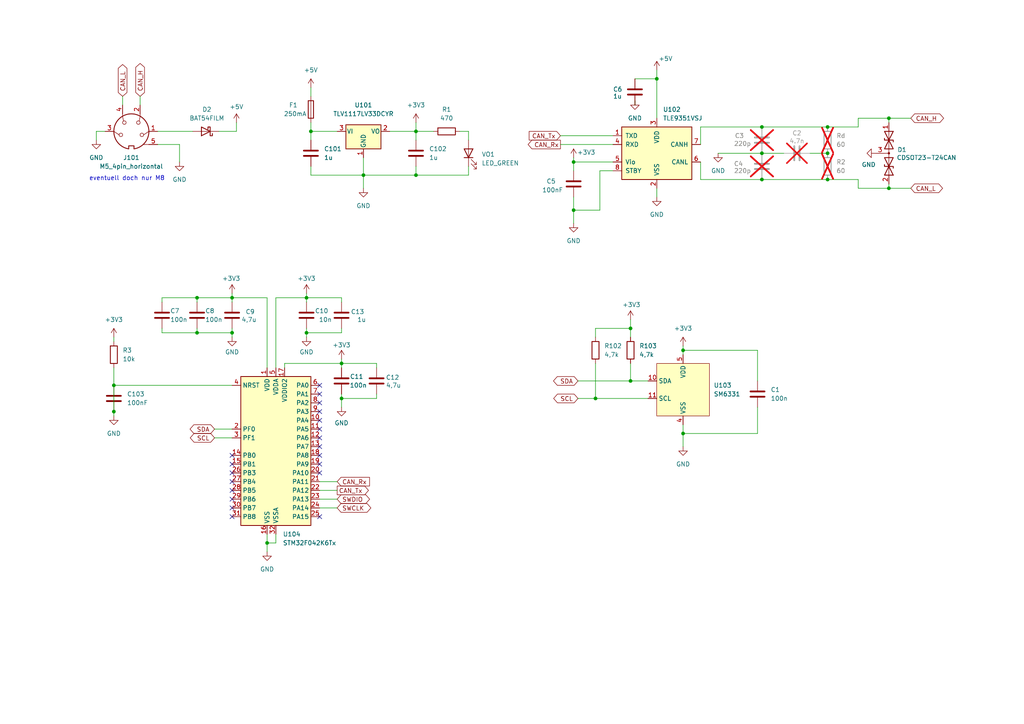
<source format=kicad_sch>
(kicad_sch (version 20231120) (generator "eeschema") (generator_version "8.0")
  (paper "A4")
  (lib_symbols
    (symbol "Device:C" (pin_numbers hide) (pin_names (offset 0.254))
      (property "Reference" "C" (at 0.635 2.54 0))
      (property "Value" "C" (at 0.635 -2.54 0))
      (symbol "C_0_1"
        (polyline (pts (xy -2.032 -0.762) (xy 2.032 -0.762)) (stroke (width 0.508)))
        (polyline (pts (xy -2.032 0.762) (xy 2.032 0.762)) (stroke (width 0.508)))
      )
      (symbol "C_1_1"
        (pin passive line (at 0 3.81 270) (length 2.794) (name "~") (number "1"))
        (pin passive line (at 0 -3.81 90) (length 2.794) (name "~") (number "2"))
      )
    )
    (symbol "Device:D_Schottky" (pin_numbers hide) (pin_names (offset 1.016) hide)
      (property "Reference" "D" (at 0 2.54 0))
      (property "Value" "D_Schottky" (at 0 -2.54 0))
      (symbol "D_Schottky_0_1"
        (polyline (pts (xy 1.27 0) (xy -1.27 0)))
        (polyline (pts (xy 1.27 1.27) (xy 1.27 -1.27) (xy -1.27 0) (xy 1.27 1.27)) (stroke (width 0.254)))
        (polyline (pts (xy -1.905 0.635) (xy -1.905 1.27) (xy -1.27 1.27) (xy -1.27 -1.27) (xy -0.635 -1.27) (xy -0.635 -0.635)) (stroke (width 0.254)))
      )
      (symbol "D_Schottky_1_1"
        (pin passive line (at -3.81 0 0) (length 2.54) (name "K") (number "1"))
        (pin passive line (at 3.81 0 180) (length 2.54) (name "A") (number "2"))
      )
    )
    (symbol "Device:D_TVS_Dual_AAC" (pin_names (offset 1.016) hide)
      (property "Reference" "D" (at 0 4.445 0))
      (property "Value" "D_TVS_Dual_AAC" (at 0 2.54 0))
      (symbol "D_TVS_Dual_AAC_0_0"
        (polyline (pts (xy 0 -1.27) (xy 0 0)))
      )
      (symbol "D_TVS_Dual_AAC_0_1"
        (polyline (pts (xy -6.35 0) (xy 6.35 0)))
        (polyline (pts (xy -3.302 1.27) (xy -3.81 1.27) (xy -3.81 -1.27) (xy -4.318 -1.27)) (stroke (width 0.254)))
        (polyline (pts (xy 4.318 1.27) (xy 3.81 1.27) (xy 3.81 -1.27) (xy 3.302 -1.27)) (stroke (width 0.254)))
        (polyline (pts (xy -6.35 1.27) (xy -1.27 -1.27) (xy -1.27 1.27) (xy -6.35 -1.27) (xy -6.35 1.27)) (stroke (width 0.254)))
        (polyline (pts (xy 6.35 1.27) (xy 1.27 -1.27) (xy 1.27 1.27) (xy 6.35 -1.27) (xy 6.35 1.27)) (stroke (width 0.254)))
        (circle (center 0 0) (radius 0.254) (fill (type outline)))
      )
      (symbol "D_TVS_Dual_AAC_1_1"
        (pin passive line (at -8.89 0 0) (length 2.54) (name "A1") (number "1"))
        (pin passive line (at 8.89 0 180) (length 2.54) (name "A2") (number "2"))
        (pin passive line (at 0 -3.81 90) (length 2.54) (name "common") (number "3"))
      )
    )
    (symbol "Device:Fuse" (pin_numbers hide) (pin_names (offset 0))
      (property "Reference" "F" (at 2.032 0 90))
      (property "Value" "Fuse" (at -1.905 0 90))
      (symbol "Fuse_0_1"
        (rectangle (start -0.762 -2.54) (end 0.762 2.54) (stroke (width 0.254)))
        (polyline (pts (xy 0 2.54) (xy 0 -2.54)))
      )
      (symbol "Fuse_1_1"
        (pin passive line (at 0 3.81 270) (length 1.27) (name "~") (number "1"))
        (pin passive line (at 0 -3.81 90) (length 1.27) (name "~") (number "2"))
      )
    )
    (symbol "Device:LED" (pin_numbers hide) (pin_names (offset 1.016) hide)
      (property "Reference" "D" (at 0 2.54 0))
      (property "Value" "LED" (at 0 -2.54 0))
      (symbol "LED_0_1"
        (polyline (pts (xy -1.27 -1.27) (xy -1.27 1.27)) (stroke (width 0.254)))
        (polyline (pts (xy -1.27 0) (xy 1.27 0)))
        (polyline (pts (xy 1.27 -1.27) (xy 1.27 1.27) (xy -1.27 0) (xy 1.27 -1.27)) (stroke (width 0.254)))
        (polyline (pts (xy -3.048 -0.762) (xy -4.572 -2.286) (xy -3.81 -2.286) (xy -4.572 -2.286) (xy -4.572 -1.524)))
        (polyline (pts (xy -1.778 -0.762) (xy -3.302 -2.286) (xy -2.54 -2.286) (xy -3.302 -2.286) (xy -3.302 -1.524)))
      )
      (symbol "LED_1_1"
        (pin passive line (at -3.81 0 0) (length 2.54) (name "K") (number "1"))
        (pin passive line (at 3.81 0 180) (length 2.54) (name "A") (number "2"))
      )
    )
    (symbol "Device:R" (pin_numbers hide) (pin_names (offset 0))
      (property "Reference" "R" (at 2.032 0 90))
      (property "Value" "R" (at 0 0 90))
      (symbol "R_0_1"
        (rectangle (start -1.016 -2.54) (end 1.016 2.54) (stroke (width 0.254)))
      )
      (symbol "R_1_1"
        (pin passive line (at 0 3.81 270) (length 1.27) (name "~") (number "1"))
        (pin passive line (at 0 -3.81 90) (length 1.27) (name "~") (number "2"))
      )
    )
    (symbol "FaSTTUBe_Transceivers:TLE9351VSJ" (pin_names (offset 1.016))
      (property "Reference" "U" (at -10.16 8.89 0))
      (property "Value" "TLE9351VSJ" (at 2.54 8.89 0))
      (symbol "TLE9351VSJ_0_1"
        (rectangle (start -10.16 7.62) (end 10.16 -7.62) (stroke (width 0.254)) (fill (type background)))
      )
      (symbol "TLE9351VSJ_1_1"
        (pin input line (at -12.7 5.08 0) (length 2.54) (name "TXD") (number "1"))
        (pin power_in line (at 0 -10.16 90) (length 2.54) (name "VSS") (number "2"))
        (pin power_in line (at 0 10.16 270) (length 2.54) (name "VDD") (number "3"))
        (pin output line (at -12.7 2.54 0) (length 2.54) (name "RXD") (number "4"))
        (pin power_in line (at -12.7 -2.54 0) (length 2.54) (name "Vio") (number "5"))
        (pin bidirectional line (at 12.7 -2.54 180) (length 2.54) (name "CANL") (number "6"))
        (pin bidirectional line (at 12.7 2.54 180) (length 2.54) (name "CANH") (number "7"))
        (pin input line (at -12.7 -5.08 0) (length 2.54) (name "STBY") (number "8"))
      )
    )
    (symbol "FaSTTUBe_connectors:M8_4pin_horizontal" (pin_names (offset 1.016))
      (property "Reference" "J" (at 5.334 5.08 0))
      (property "Value" "M8_4pin_horizontal" (at 0 -6.35 0))
      (symbol "M8_4pin_horizontal_0_1"
        (arc (start -5.08 0) (mid -3.8597 -3.3379) (end -0.762 -5.08) (stroke (width 0.254)))
        (circle (center -3.048 -1.016) (radius 0.508))
        (circle (center -2.032 2.54) (radius 0.508))
        (polyline (pts (xy -3.556 -1.016) (xy -5.08 0)))
        (polyline (pts (xy 3.81 -3.81) (xy 3.556 -3.81)))
        (polyline (pts (xy 5.08 -3.81) (xy 3.81 -3.81)))
        (polyline (pts (xy 5.08 0) (xy 3.556 -1.016)))
        (polyline (pts (xy -2.54 5.08) (xy -2.54 4.318) (xy -2.286 3.048)))
        (polyline (pts (xy 2.54 5.08) (xy 2.54 4.318) (xy 2.286 3.048)))
        (polyline (pts (xy -0.762 -4.953) (xy -0.762 -4.191) (xy 0.762 -4.191) (xy 0.762 -4.953)) (stroke (width 0.254)))
        (arc (start 0.762 -5.08) (mid 3.8673 -3.3444) (end 5.08 0) (stroke (width 0.254)))
        (circle (center 2.032 2.54) (radius 0.508))
        (circle (center 3.048 -1.016) (radius 0.508))
        (arc (start 5.08 0) (mid 0 5.0579) (end -5.08 0) (stroke (width 0.254)))
      )
      (symbol "M8_4pin_horizontal_1_1"
        (pin passive line (at 7.62 0 180) (length 2.54) (name "~") (number "1"))
        (pin passive line (at 2.54 7.62 270) (length 2.54) (name "~") (number "2"))
        (pin passive line (at -7.62 0 0) (length 2.54) (name "~") (number "3"))
        (pin passive line (at -2.54 7.62 270) (length 2.54) (name "~") (number "4"))
        (pin passive line (at 7.62 -3.81 180) (length 2.54) (name "~") (number "5"))
      )
    )
    (symbol "MCU_ST_STM32F0:STM32F042K6Tx"
      (property "Reference" "U" (at -10.16 21.59 0))
      (property "Value" "STM32F042K6Tx" (at 5.08 21.59 0))
      (symbol "STM32F042K6Tx_0_1"
        (rectangle (start -10.16 -22.86) (end 10.16 20.32) (stroke (width 0.254)) (fill (type background)))
      )
      (symbol "STM32F042K6Tx_1_1"
        (pin power_in line (at -2.54 22.86 270) (length 2.54) (name "VDD") (number "1"))
        (pin bidirectional line (at 12.7 7.62 180) (length 2.54) (name "PA4") (number "10"))
        (pin bidirectional line (at 12.7 5.08 180) (length 2.54) (name "PA5") (number "11"))
        (pin bidirectional line (at 12.7 2.54 180) (length 2.54) (name "PA6") (number "12"))
        (pin bidirectional line (at 12.7 0 180) (length 2.54) (name "PA7") (number "13"))
        (pin bidirectional line (at -12.7 -2.54 0) (length 2.54) (name "PB0") (number "14"))
        (pin bidirectional line (at -12.7 -5.08 0) (length 2.54) (name "PB1") (number "15"))
        (pin power_in line (at -2.54 -25.4 90) (length 2.54) (name "VSS") (number "16"))
        (pin power_in line (at 2.54 22.86 270) (length 2.54) (name "VDDIO2") (number "17"))
        (pin bidirectional line (at 12.7 -2.54 180) (length 2.54) (name "PA8") (number "18"))
        (pin bidirectional line (at 12.7 -5.08 180) (length 2.54) (name "PA9") (number "19"))
        (pin input line (at -12.7 5.08 0) (length 2.54) (name "PF0") (number "2"))
        (pin bidirectional line (at 12.7 -7.62 180) (length 2.54) (name "PA10") (number "20"))
        (pin bidirectional line (at 12.7 -10.16 180) (length 2.54) (name "PA11") (number "21"))
        (pin bidirectional line (at 12.7 -12.7 180) (length 2.54) (name "PA12") (number "22"))
        (pin bidirectional line (at 12.7 -15.24 180) (length 2.54) (name "PA13") (number "23"))
        (pin bidirectional line (at 12.7 -17.78 180) (length 2.54) (name "PA14") (number "24"))
        (pin bidirectional line (at 12.7 -20.32 180) (length 2.54) (name "PA15") (number "25"))
        (pin bidirectional line (at -12.7 -7.62 0) (length 2.54) (name "PB3") (number "26"))
        (pin bidirectional line (at -12.7 -10.16 0) (length 2.54) (name "PB4") (number "27"))
        (pin bidirectional line (at -12.7 -12.7 0) (length 2.54) (name "PB5") (number "28"))
        (pin bidirectional line (at -12.7 -15.24 0) (length 2.54) (name "PB6") (number "29"))
        (pin input line (at -12.7 2.54 0) (length 2.54) (name "PF1") (number "3"))
        (pin bidirectional line (at -12.7 -17.78 0) (length 2.54) (name "PB7") (number "30"))
        (pin bidirectional line (at -12.7 -20.32 0) (length 2.54) (name "PB8") (number "31"))
        (pin power_in line (at 0 -25.4 90) (length 2.54) (name "VSSA") (number "32"))
        (pin input line (at -12.7 17.78 0) (length 2.54) (name "NRST") (number "4"))
        (pin power_in line (at 0 22.86 270) (length 2.54) (name "VDDA") (number "5"))
        (pin bidirectional line (at 12.7 17.78 180) (length 2.54) (name "PA0") (number "6"))
        (pin bidirectional line (at 12.7 15.24 180) (length 2.54) (name "PA1") (number "7"))
        (pin bidirectional line (at 12.7 12.7 180) (length 2.54) (name "PA2") (number "8"))
        (pin bidirectional line (at 12.7 10.16 180) (length 2.54) (name "PA3") (number "9"))
      )
    )
    (symbol "Regulator_Linear:AP1117-33" (pin_names (offset 0.254))
      (property "Reference" "U" (at -3.81 3.175 0))
      (property "Value" "AP1117-33" (at 0 3.175 0))
      (symbol "AP1117-33_0_1"
        (rectangle (start -5.08 -5.08) (end 5.08 1.905) (stroke (width 0.254)) (fill (type background)))
      )
      (symbol "AP1117-33_1_1"
        (pin power_in line (at 0 -7.62 90) (length 2.54) (name "GND") (number "1"))
        (pin power_out line (at 7.62 0 180) (length 2.54) (name "VO") (number "2"))
        (pin power_in line (at -7.62 0 0) (length 2.54) (name "VI") (number "3"))
      )
    )
    (symbol "SSU_parts:SM7331"
      (property "Reference" "U" (at 0 1.27 0))
      (property "Value" "SM7331" (at 0 -1.27 0))
      (symbol "SM7331_0_0"
        (pin no_connect line (at 10.16 0 180) (length 2.54) hide (name "") (number "1"))
        (pin bidirectional line (at -10.16 2.54 0) (length 2.54) (name "SDA") (number "10"))
        (pin input line (at -10.16 -2.54 0) (length 2.54) (name "SCL") (number "11"))
        (pin no_connect line (at 10.16 0 180) (length 2.54) hide (name "") (number "12"))
        (pin no_connect line (at 10.16 0 180) (length 2.54) hide (name "") (number "13"))
        (pin no_connect line (at 10.16 0 180) (length 2.54) hide (name "") (number "14"))
        (pin no_connect line (at 10.16 0 180) (length 2.54) hide (name "") (number "15"))
        (pin no_connect line (at 10.16 0 180) (length 2.54) hide (name "") (number "16"))
        (pin no_connect line (at 10.16 0 180) (length 2.54) hide (name "") (number "2"))
        (pin no_connect line (at 10.16 0 180) (length 2.54) hide (name "") (number "3"))
        (pin power_in line (at 0 -10.16 90) (length 2.54) (name "VSS") (number "4"))
        (pin power_in line (at 0 10.16 270) (length 2.54) (name "VDD") (number "5"))
        (pin no_connect line (at 10.16 0 180) (length 2.54) hide (name "") (number "6"))
        (pin no_connect line (at 10.16 0 180) (length 2.54) hide (name "") (number "7"))
        (pin no_connect line (at 10.16 0 180) (length 2.54) hide (name "") (number "8"))
        (pin no_connect line (at 10.16 0 180) (length 2.54) hide (name "") (number "9"))
      )
      (symbol "SM7331_0_1"
        (rectangle (start -7.62 7.62) (end 7.62 -7.62) (fill (type background)))
      )
    )
    (symbol "power:+12V" (power) (pin_names (offset 0))
      (property "Value" "+12V" (at 0 3.556 0))
      (symbol "+12V_0_1"
        (polyline (pts (xy -0.762 1.27) (xy 0 2.54)))
        (polyline (pts (xy 0 0) (xy 0 2.54)))
        (polyline (pts (xy 0 2.54) (xy 0.762 1.27)))
      )
      (symbol "+12V_1_1"
        (pin power_in line (at 0 0 90) (length 0) hide (name "+12V") (number "1"))
      )
    )
    (symbol "power:+3.3V" (power) (pin_names (offset 0))
      (property "Value" "+3.3V" (at 0 3.556 0))
      (symbol "+3.3V_0_1"
        (polyline (pts (xy -0.762 1.27) (xy 0 2.54)))
        (polyline (pts (xy 0 0) (xy 0 2.54)))
        (polyline (pts (xy 0 2.54) (xy 0.762 1.27)))
      )
      (symbol "+3.3V_1_1"
        (pin power_in line (at 0 0 90) (length 0) hide (name "+3V3") (number "1"))
      )
    )
    (symbol "power:+5V" (power) (pin_names (offset 0))
      (property "Value" "+5V" (at 0 3.556 0))
      (symbol "+5V_0_1"
        (polyline (pts (xy -0.762 1.27) (xy 0 2.54)))
        (polyline (pts (xy 0 0) (xy 0 2.54)))
        (polyline (pts (xy 0 2.54) (xy 0.762 1.27)))
      )
      (symbol "+5V_1_1"
        (pin power_in line (at 0 0 90) (length 0) hide (name "+5V") (number "1"))
      )
    )
    (symbol "power:+BATT" (power) (pin_names (offset 0))
      (property "Value" "+BATT" (at 0 3.556 0))
      (symbol "+BATT_0_1"
        (polyline (pts (xy -0.762 1.27) (xy 0 2.54)))
        (polyline (pts (xy 0 0) (xy 0 2.54)))
        (polyline (pts (xy 0 2.54) (xy 0.762 1.27)))
      )
      (symbol "+BATT_1_1"
        (pin power_in line (at 0 0 90) (length 0) hide (name "+BATT") (number "1"))
      )
    )
    (symbol "power:GND" (power) (pin_names (offset 0))
      (property "Value" "GND" (at 0 -3.81 0))
      (symbol "GND_0_1"
        (polyline (pts (xy 0 0) (xy 0 -1.27) (xy 1.27 -1.27) (xy 0 -2.54) (xy -1.27 -1.27) (xy 0 -1.27)))
      )
      (symbol "GND_1_1"
        (pin power_in line (at 0 0 270) (length 0) hide (name "GND") (number "1"))
      )
    )
  )
  (junction (at 220.98 36.83))
  (junction (at 257.81 54.61))
  (junction (at 105.41 50.8))
  (junction (at 172.72 115.57))
  (junction (at 99.06 115.57))
  (junction (at 88.9 86.36))
  (junction (at 57.15 86.36))
  (junction (at 166.37 46.99))
  (junction (at 257.81 34.29))
  (junction (at 182.88 95.25))
  (junction (at 190.5 22.86))
  (junction (at 67.31 86.36))
  (junction (at 57.15 96.52))
  (junction (at 88.9 96.52))
  (junction (at 166.37 60.96))
  (junction (at 198.12 125.73))
  (junction (at 240.03 36.83))
  (junction (at 120.65 38.1))
  (junction (at 99.06 105.41))
  (junction (at 120.65 50.8))
  (junction (at 67.31 96.52))
  (junction (at 240.03 52.07))
  (junction (at 198.12 101.6))
  (junction (at 182.88 110.49))
  (junction (at 220.98 52.07))
  (junction (at 220.98 44.45))
  (junction (at 77.47 157.48))
  (junction (at 90.17 38.1))
  (junction (at 33.02 119.38))
  (junction (at 33.02 111.76))
  (junction (at 240.03 44.45))
  (no_connect (at 92.71 149.86))
  (no_connect (at 92.71 134.62))
  (no_connect (at 92.71 137.16))
  (no_connect (at 92.71 111.76))
  (no_connect (at 92.71 114.3))
  (no_connect (at 92.71 116.84))
  (no_connect (at 92.71 119.38))
  (no_connect (at 92.71 121.92))
  (no_connect (at 92.71 124.46))
  (no_connect (at 92.71 127))
  (no_connect (at 92.71 129.54))
  (no_connect (at 92.71 132.08))
  (no_connect (at 67.31 132.08))
  (no_connect (at 67.31 134.62))
  (no_connect (at 67.31 137.16))
  (no_connect (at 67.31 139.7))
  (no_connect (at 67.31 142.24))
  (no_connect (at 67.31 144.78))
  (no_connect (at 67.31 147.32))
  (no_connect (at 67.31 149.86))
  (wire (pts (xy 113.03 38.1) (xy 120.65 38.1)))
  (wire (pts (xy 172.72 97.79) (xy 172.72 95.25)))
  (wire (pts (xy 88.9 86.36) (xy 99.06 86.36)))
  (wire (pts (xy 82.55 105.41) (xy 82.55 106.68)))
  (wire (pts (xy 45.72 38.1) (xy 55.88 38.1)))
  (wire (pts (xy 184.15 22.86) (xy 190.5 22.86)))
  (wire (pts (xy 92.71 144.78) (xy 97.79 144.78)))
  (wire (pts (xy 203.2 36.83) (xy 203.2 41.91)))
  (wire (pts (xy 46.99 86.36) (xy 57.15 86.36)))
  (wire (pts (xy 33.02 111.76) (xy 33.02 119.38)))
  (wire (pts (xy 88.9 85.09) (xy 88.9 86.36)))
  (wire (pts (xy 166.37 46.99) (xy 177.8 46.99)))
  (wire (pts (xy 167.64 115.57) (xy 172.72 115.57)))
  (wire (pts (xy 257.81 53.34) (xy 257.81 54.61)))
  (wire (pts (xy 35.56 27.94) (xy 35.56 30.48)))
  (wire (pts (xy 208.28 44.45) (xy 220.98 44.45)))
  (wire (pts (xy 92.71 142.24) (xy 97.79 142.24)))
  (wire (pts (xy 77.47 157.48) (xy 77.47 160.02)))
  (wire (pts (xy 257.81 34.29) (xy 264.16 34.29)))
  (wire (pts (xy 172.72 95.25) (xy 182.88 95.25)))
  (wire (pts (xy 109.22 105.41) (xy 109.22 106.68)))
  (wire (pts (xy 67.31 86.36) (xy 77.47 86.36)))
  (wire (pts (xy 57.15 86.36) (xy 57.15 87.63)))
  (wire (pts (xy 88.9 97.79) (xy 88.9 96.52)))
  (wire (pts (xy 67.31 86.36) (xy 67.31 87.63)))
  (wire (pts (xy 88.9 86.36) (xy 88.9 87.63)))
  (wire (pts (xy 77.47 86.36) (xy 77.47 106.68)))
  (wire (pts (xy 133.35 38.1) (xy 135.89 38.1)))
  (wire (pts (xy 33.02 106.68) (xy 33.02 111.76)))
  (wire (pts (xy 198.12 125.73) (xy 219.71 125.73)))
  (wire (pts (xy 166.37 49.53) (xy 166.37 46.99)))
  (wire (pts (xy 90.17 48.26) (xy 90.17 50.8)))
  (wire (pts (xy 248.92 34.29) (xy 257.81 34.29)))
  (wire (pts (xy 99.06 96.52) (xy 99.06 95.25)))
  (wire (pts (xy 198.12 125.73) (xy 198.12 123.19)))
  (wire (pts (xy 234.95 44.45) (xy 240.03 44.45)))
  (wire (pts (xy 203.2 36.83) (xy 220.98 36.83)))
  (wire (pts (xy 90.17 50.8) (xy 105.41 50.8)))
  (wire (pts (xy 33.02 97.79) (xy 33.02 99.06)))
  (wire (pts (xy 120.65 50.8) (xy 135.89 50.8)))
  (wire (pts (xy 109.22 115.57) (xy 109.22 114.3)))
  (wire (pts (xy 220.98 52.07) (xy 240.03 52.07)))
  (wire (pts (xy 182.88 95.25) (xy 182.88 97.79)))
  (wire (pts (xy 63.5 38.1) (xy 68.58 38.1)))
  (wire (pts (xy 33.02 111.76) (xy 67.31 111.76)))
  (wire (pts (xy 99.06 105.41) (xy 99.06 106.68)))
  (wire (pts (xy 92.71 147.32) (xy 97.79 147.32)))
  (wire (pts (xy 120.65 38.1) (xy 125.73 38.1)))
  (wire (pts (xy 77.47 154.94) (xy 77.47 157.48)))
  (wire (pts (xy 198.12 100.33) (xy 198.12 101.6)))
  (wire (pts (xy 135.89 50.8) (xy 135.89 48.26)))
  (wire (pts (xy 120.65 50.8) (xy 120.65 48.26)))
  (wire (pts (xy 105.41 50.8) (xy 105.41 54.61)))
  (wire (pts (xy 173.99 49.53) (xy 173.99 60.96)))
  (wire (pts (xy 166.37 60.96) (xy 173.99 60.96)))
  (wire (pts (xy 248.92 54.61) (xy 248.92 52.07)))
  (wire (pts (xy 46.99 96.52) (xy 57.15 96.52)))
  (wire (pts (xy 257.81 34.29) (xy 257.81 35.56)))
  (wire (pts (xy 184.15 29.21) (xy 184.15 30.48)))
  (wire (pts (xy 182.88 105.41) (xy 182.88 110.49)))
  (wire (pts (xy 99.06 115.57) (xy 99.06 114.3)))
  (wire (pts (xy 162.56 41.91) (xy 177.8 41.91)))
  (wire (pts (xy 77.47 157.48) (xy 80.01 157.48)))
  (wire (pts (xy 219.71 101.6) (xy 198.12 101.6)))
  (wire (pts (xy 62.23 124.46) (xy 67.31 124.46)))
  (wire (pts (xy 240.03 52.07) (xy 248.92 52.07)))
  (wire (pts (xy 203.2 46.99) (xy 203.2 52.07)))
  (wire (pts (xy 190.5 54.61) (xy 190.5 57.15)))
  (wire (pts (xy 240.03 36.83) (xy 248.92 36.83)))
  (wire (pts (xy 219.71 101.6) (xy 219.71 110.49)))
  (wire (pts (xy 46.99 86.36) (xy 46.99 87.63)))
  (wire (pts (xy 190.5 20.32) (xy 190.5 22.86)))
  (wire (pts (xy 62.23 127) (xy 67.31 127)))
  (wire (pts (xy 40.64 27.94) (xy 40.64 30.48)))
  (wire (pts (xy 105.41 50.8) (xy 120.65 50.8)))
  (wire (pts (xy 46.99 96.52) (xy 46.99 95.25)))
  (wire (pts (xy 90.17 35.56) (xy 90.17 38.1)))
  (wire (pts (xy 190.5 22.86) (xy 190.5 34.29)))
  (wire (pts (xy 99.06 118.11) (xy 99.06 115.57)))
  (wire (pts (xy 167.64 110.49) (xy 182.88 110.49)))
  (wire (pts (xy 135.89 38.1) (xy 135.89 40.64)))
  (wire (pts (xy 120.65 40.64) (xy 120.65 38.1)))
  (wire (pts (xy 57.15 86.36) (xy 67.31 86.36)))
  (wire (pts (xy 92.71 139.7) (xy 97.79 139.7)))
  (wire (pts (xy 166.37 57.15) (xy 166.37 60.96)))
  (wire (pts (xy 99.06 86.36) (xy 99.06 87.63)))
  (wire (pts (xy 57.15 96.52) (xy 67.31 96.52)))
  (wire (pts (xy 219.71 125.73) (xy 219.71 118.11)))
  (wire (pts (xy 257.81 54.61) (xy 264.16 54.61)))
  (wire (pts (xy 67.31 85.09) (xy 67.31 86.36)))
  (wire (pts (xy 162.56 39.37) (xy 177.8 39.37)))
  (wire (pts (xy 182.88 110.49) (xy 187.96 110.49)))
  (wire (pts (xy 182.88 92.71) (xy 182.88 95.25)))
  (wire (pts (xy 27.94 38.1) (xy 30.48 38.1)))
  (wire (pts (xy 220.98 44.45) (xy 227.33 44.45)))
  (wire (pts (xy 33.02 119.38) (xy 33.02 120.65)))
  (wire (pts (xy 203.2 52.07) (xy 220.98 52.07)))
  (wire (pts (xy 173.99 49.53) (xy 177.8 49.53)))
  (wire (pts (xy 172.72 115.57) (xy 172.72 105.41)))
  (wire (pts (xy 82.55 105.41) (xy 99.06 105.41)))
  (wire (pts (xy 90.17 38.1) (xy 90.17 40.64)))
  (wire (pts (xy 248.92 34.29) (xy 248.92 36.83)))
  (wire (pts (xy 120.65 35.56) (xy 120.65 38.1)))
  (wire (pts (xy 57.15 96.52) (xy 57.15 95.25)))
  (wire (pts (xy 105.41 45.72) (xy 105.41 50.8)))
  (wire (pts (xy 27.94 40.64) (xy 27.94 38.1)))
  (wire (pts (xy 99.06 105.41) (xy 109.22 105.41)))
  (wire (pts (xy 97.79 38.1) (xy 90.17 38.1)))
  (wire (pts (xy 198.12 125.73) (xy 198.12 129.54)))
  (wire (pts (xy 52.07 46.99) (xy 52.07 41.91)))
  (wire (pts (xy 90.17 25.4) (xy 90.17 27.94)))
  (wire (pts (xy 80.01 157.48) (xy 80.01 154.94)))
  (wire (pts (xy 88.9 96.52) (xy 99.06 96.52)))
  (wire (pts (xy 67.31 97.79) (xy 67.31 96.52)))
  (wire (pts (xy 99.06 104.14) (xy 99.06 105.41)))
  (wire (pts (xy 80.01 86.36) (xy 88.9 86.36)))
  (wire (pts (xy 198.12 101.6) (xy 198.12 102.87)))
  (wire (pts (xy 88.9 96.52) (xy 88.9 95.25)))
  (wire (pts (xy 99.06 115.57) (xy 109.22 115.57)))
  (wire (pts (xy 248.92 54.61) (xy 257.81 54.61)))
  (wire (pts (xy 187.96 115.57) (xy 172.72 115.57)))
  (wire (pts (xy 68.58 35.56) (xy 68.58 38.1)))
  (wire (pts (xy 52.07 41.91) (xy 45.72 41.91)))
  (wire (pts (xy 67.31 96.52) (xy 67.31 95.25)))
  (wire (pts (xy 166.37 45.72) (xy 166.37 46.99)))
  (wire (pts (xy 220.98 36.83) (xy 240.03 36.83)))
  (wire (pts (xy 80.01 86.36) (xy 80.01 106.68)))
  (wire (pts (xy 166.37 60.96) (xy 166.37 64.77)))
  (text "eventuell doch nur M8\n" (at 36.83 51.816 0) (effects (font (size 1.27 1.27))))
  (global_label "CAN_Rx" (shape output) (at 162.56 41.91 180) (property "Intersheetrefs" "${INTERSHEET_REFS}" (effects (hide yes))))
  (global_label "SWDIO" (shape bidirectional) (at 97.79 144.78 0) (property "Intersheetrefs" "${INTERSHEET_REFS}" (effects (hide yes))))
  (global_label "CAN_L" (shape bidirectional) (at 264.16 54.61 0) (property "Intersheetrefs" "${INTERSHEET_REFS}" (effects (hide yes))))
  (global_label "CAN_Tx" (shape input) (at 162.56 39.37 180) (property "Intersheetrefs" "${INTERSHEET_REFS}" (effects (hide yes))))
  (global_label "SWCLK" (shape bidirectional) (at 97.79 147.32 0) (property "Intersheetrefs" "${INTERSHEET_REFS}" (effects (hide yes))))
  (global_label "SCL" (shape bidirectional) (at 62.23 127 180) (property "Intersheetrefs" "${INTERSHEET_REFS}" (effects (hide yes))))
  (global_label "CAN_H" (shape bidirectional) (at 40.64 27.94 90) (property "Intersheetrefs" "${INTERSHEET_REFS}" (effects (hide yes))))
  (global_label "CAN_Tx" (shape output) (at 97.79 142.24 0) (property "Intersheetrefs" "${INTERSHEET_REFS}" (effects (hide yes))))
  (global_label "CAN_L" (shape bidirectional) (at 35.56 27.94 90) (property "Intersheetrefs" "${INTERSHEET_REFS}" (effects (hide yes))))
  (global_label "SDA" (shape bidirectional) (at 62.23 124.46 180) (property "Intersheetrefs" "${INTERSHEET_REFS}" (effects (hide yes))))
  (global_label "CAN_H" (shape bidirectional) (at 264.16 34.29 0) (property "Intersheetrefs" "${INTERSHEET_REFS}" (effects (hide yes))))
  (global_label "CAN_Rx" (shape input) (at 97.79 139.7 0) (property "Intersheetrefs" "${INTERSHEET_REFS}" (effects (hide yes))))
  (global_label "SDA" (shape bidirectional) (at 167.64 110.49 180) (property "Intersheetrefs" "${INTERSHEET_REFS}" (effects (hide yes))))
  (global_label "SCL" (shape bidirectional) (at 167.64 115.57 180) (property "Intersheetrefs" "${INTERSHEET_REFS}" (effects (hide yes))))
  (symbol (lib_id "power:+3.3V") (at 166.37 45.72 0) (unit 1)
    (property "Reference" "#PWR0107" (effects (hide yes)))
    (property "Value" "+3V3" (at 167.386 44.196 0) (effects (justify left)))
  )
  (symbol (lib_id "Device:C") (at 220.98 48.26 180) (unit 1) (dnp yes)
    (property "Reference" "C4" (at 212.852 47.498 0) (effects (justify right)))
    (property "Value" "220p" (at 212.852 49.53 0) (effects (justify right)))
  )
  (symbol (lib_id "power:GND") (at 166.37 64.77 0) (unit 1)
    (property "Reference" "#PWR0109" (effects (hide yes)))
    (property "Value" "GND" (at 166.37 69.85 0))
  )
  (symbol (lib_id "Device:C") (at 90.17 44.45 0) (unit 1)
    (property "Reference" "C101" (at 93.98 43.1799 0) (effects (justify left)))
    (property "Value" "1u" (at 93.98 45.7199 0) (effects (justify left)))
    (property "Footprint" "Capacitor_SMD:C_0603_1608Metric" (effects (hide yes)))
  )
  (symbol (lib_id "power:+3.3V") (at 120.65 35.56 0) (unit 1)
    (property "Reference" "#PWR0104" (effects (hide yes)))
    (property "Value" "+3V3" (at 120.65 30.48 0))
  )
  (symbol (lib_id "Device:R") (at 129.54 38.1 90) (unit 1)
    (property "Reference" "R1" (at 129.54 31.75 90))
    (property "Value" "470" (at 129.54 34.29 90))
    (property "Footprint" "Resistor_SMD:R_0603_1608Metric_Pad0.98x0.95mm_HandSolder" (effects (hide yes)))
  )
  (symbol (lib_id "power:GND") (at 27.94 40.64 0) (unit 1)
    (property "Reference" "#PWR0105" (effects (hide yes)))
    (property "Value" "GND" (at 27.94 45.72 0))
  )
  (symbol (lib_id "Device:C") (at 166.37 53.34 0) (unit 1)
    (property "Reference" "C5" (at 158.496 52.578 0) (effects (justify left)))
    (property "Value" "100nF" (at 157.226 55.118 0) (effects (justify left)))
    (property "Footprint" "Capacitor_SMD:C_0603_1608Metric" (effects (hide yes)))
  )
  (symbol (lib_id "FaSTTUBe_connectors:M8_4pin_horizontal") (at 38.1 38.1 0) (unit 1)
    (property "Reference" "J101" (at 38.1001 45.72 0))
    (property "Value" "M5_4pin_horizontal" (at 38.1001 48.26 0))
    (property "Footprint" "FaSTTUBe_connectors:M8_718_4pin_horizontal" (effects (hide yes)))
    (property "Datasheet" "https://www.binder-connector.com/de/produkte/automatisierungstechnik/m-8-sensorsteckverbinder/flanschdose-gewinkelt-von-vorn-verschraubbar-mit-schirmblech-tauchloeten#866618112100004" (effects (hide yes)))
  )
  (symbol (lib_id "Device:C") (at 231.14 44.45 90) (unit 1) (dnp yes)
    (property "Reference" "C2" (at 231.14 38.608 90))
    (property "Value" "4.7n" (at 231.14 40.894 90))
  )
  (symbol (lib_id "power:GND") (at 88.9 97.79 0) (mirror y) (unit 1)
    (property "Reference" "#PWR09" (effects (hide yes)))
    (property "Value" "GND" (at 88.9 102.108 0))
  )
  (symbol (lib_id "power:GND") (at 254 44.45 270) (unit 1)
    (property "Reference" "#PWR02" (effects (hide yes)))
    (property "Value" "GND" (at 254 47.752 90) (effects (justify right)))
  )
  (symbol (lib_id "Device:Fuse") (at 90.17 31.75 0) (unit 1)
    (property "Reference" "F1" (at 83.82 30.48 0) (effects (justify left)))
    (property "Value" "250mA" (at 82.296 33.02 0) (effects (justify left)))
    (property "Footprint" "Fuse:Fuse_1206_3216Metric" (effects (hide yes)))
    (property "Datasheet" "https://www.mouser.de/ProductDetail/Eaton-Electronics/PTS120616V025?qs=QmibqUXyDhQ7IcVi%2FHaiRg%3D%3D" (effects (hide yes)))
  )
  (symbol (lib_id "Device:C") (at 219.71 114.3 0) (unit 1)
    (property "Reference" "C1" (at 223.52 113.0299 0) (effects (justify left)))
    (property "Value" "100n" (at 223.52 115.5699 0) (effects (justify left)))
  )
  (symbol (lib_id "Device:R") (at 33.02 102.87 0) (unit 1)
    (property "Reference" "R3" (at 35.56 101.5999 0) (effects (justify left)))
    (property "Value" "10k" (at 35.56 104.1399 0) (effects (justify left)))
    (property "Footprint" "Resistor_SMD:R_0603_1608Metric" (effects (hide yes)))
  )
  (symbol (lib_id "Device:R") (at 240.03 40.64 0) (unit 1) (dnp yes)
    (property "Reference" "Rd" (at 242.57 39.3699 0) (effects (justify left)))
    (property "Value" "60" (at 242.57 41.9099 0) (effects (justify left)))
    (property "Footprint" "Resistor_SMD:R_0603_1608Metric" (effects (hide yes)))
  )
  (symbol (lib_id "power:+5V") (at 190.5 20.32 0) (unit 1)
    (property "Reference" "#PWR0101" (effects (hide yes)))
    (property "Value" "+5V" (at 191.008 17.018 0) (effects (justify left)))
  )
  (symbol (lib_id "power:GND") (at 99.06 118.11 0) (mirror y) (unit 1)
    (property "Reference" "#PWR08" (effects (hide yes)))
    (property "Value" "GND" (at 99.06 122.682 0))
  )
  (symbol (lib_id "power:GND") (at 190.5 57.15 0) (unit 1)
    (property "Reference" "#PWR0110" (effects (hide yes)))
    (property "Value" "GND" (at 190.5 62.23 0))
  )
  (symbol (lib_id "Device:C") (at 88.9 91.44 0) (mirror y) (unit 1)
    (property "Reference" "C10" (at 95.25 90.17 0) (effects (justify left)))
    (property "Value" "10n" (at 96.266 92.71 0) (effects (justify left)))
    (property "Footprint" "Capacitor_SMD:C_0603_1608Metric" (effects (hide yes)))
  )
  (symbol (lib_id "Device:C") (at 99.06 91.44 0) (mirror y) (unit 1)
    (property "Reference" "C13" (at 105.664 90.424 0) (effects (justify left)))
    (property "Value" "1u" (at 106.172 92.71 0) (effects (justify left)))
    (property "Footprint" "Capacitor_SMD:C_0603_1608Metric" (effects (hide yes)))
  )
  (symbol (lib_id "Device:C") (at 99.06 110.49 0) (mirror y) (unit 1)
    (property "Reference" "C11" (at 105.41 109.22 0) (effects (justify left)))
    (property "Value" "100n" (at 106.426 111.76 0) (effects (justify left)))
    (property "Footprint" "Capacitor_SMD:C_0603_1608Metric" (effects (hide yes)))
  )
  (symbol (lib_id "power:+3.3V") (at 99.06 104.14 0) (mirror y) (unit 1)
    (property "Reference" "#PWR05" (effects (hide yes)))
    (property "Value" "+3V3" (at 99.06 100.076 0))
  )
  (symbol (lib_id "Device:D_TVS_Dual_AAC") (at 257.81 44.45 270) (unit 1)
    (property "Reference" "D1" (at 261.62 43.434 90))
    (property "Value" "CDSOT23-T24CAN" (at 268.732 45.72 90))
    (property "Footprint" "Package_TO_SOT_SMD:SOT-23" (effects (hide yes)))
    (property "Datasheet" "https://www.mouser.de/datasheet/2/54/cdsot23_t24can_q-1534349.pdf" (effects (hide yes)))
    (property "Description" "Bidirectional dual transient-voltage-suppression diode, center on pin 3" (effects (hide yes)))
  )
  (symbol (lib_id "Device:R") (at 240.03 48.26 0) (unit 1) (dnp yes)
    (property "Reference" "R2" (at 242.57 46.9899 0) (effects (justify left)))
    (property "Value" "60" (at 242.57 49.5299 0) (effects (justify left)))
    (property "Footprint" "Resistor_SMD:R_0603_1608Metric" (effects (hide yes)))
  )
  (symbol (lib_id "MCU_ST_STM32F0:STM32F042K6Tx") (at 80.01 129.54 0) (unit 1)
    (property "Reference" "U104" (at 82.0294 154.94 0) (effects (justify left)))
    (property "Value" "STM32F042K6Tx" (at 82.0294 157.48 0) (effects (justify left)))
    (property "Footprint" "Package_QFP:LQFP-32_7x7mm_P0.8mm" (effects (hide yes)))
    (property "Datasheet" "http://www.st.com/st-web-ui/static/active/en/resource/technical/document/datasheet/DM00105814.pdf" (effects (hide yes)))
  )
  (symbol (lib_id "power:GND") (at 198.12 129.54 0) (unit 1)
    (property "Reference" "#PWR0115" (effects (hide yes)))
    (property "Value" "GND" (at 198.12 134.62 0))
  )
  (symbol (lib_id "Regulator_Linear:AP1117-33") (at 105.41 38.1 0) (unit 1)
    (property "Reference" "U101" (at 105.41 30.48 0))
    (property "Value" "TLV1117LV33DCYR" (at 105.41 33.02 0))
    (property "Footprint" "SOT-223" (effects (hide yes)))
    (property "Datasheet" "https://www.ti.com/lit/ds/symlink/tlv1117lv.pdf?ts=1732921999442&ref_url=https%253A%252F%252Fwww.mouser.co.uk%252F" (effects (hide yes)))
  )
  (symbol (lib_id "Device:R") (at 172.72 101.6 0) (unit 1)
    (property "Reference" "R102" (at 175.26 100.3299 0) (effects (justify left)))
    (property "Value" "4,7k" (at 175.26 102.8699 0) (effects (justify left)))
    (property "Footprint" "Resistor_SMD:R_0603_1608Metric" (effects (hide yes)))
  )
  (symbol (lib_id "Device:C") (at 57.15 91.44 0) (mirror y) (unit 1)
    (property "Reference" "C8" (at 62.23 90.17 0) (effects (justify left)))
    (property "Value" "100n" (at 64.516 92.71 0) (effects (justify left)))
    (property "Footprint" "Capacitor_SMD:C_0603_1608Metric" (effects (hide yes)))
  )
  (symbol (lib_id "power:+3.3V") (at 198.12 100.33 0) (unit 1)
    (property "Reference" "#PWR0113" (effects (hide yes)))
    (property "Value" "+3V3" (at 198.12 95.25 0))
  )
  (symbol (lib_id "power:GND") (at 184.15 29.21 0) (unit 1)
    (property "Reference" "#PWR03" (effects (hide yes)))
    (property "Value" "GND" (at 184.15 34.29 0))
  )
  (symbol (lib_id "power:+BATT") (at 90.17 25.4 0) (unit 1)
    (property "Reference" "#PWR010" (effects (hide yes)))
    (property "Value" "+5V" (at 90.17 20.32 0))
  )
  (symbol (lib_id "Device:C") (at 67.31 91.44 0) (mirror y) (unit 1)
    (property "Reference" "C9" (at 73.914 90.424 0) (effects (justify left)))
    (property "Value" "4,7u" (at 74.422 92.71 0) (effects (justify left)))
    (property "Footprint" "Capacitor_SMD:C_0603_1608Metric" (effects (hide yes)))
  )
  (symbol (lib_id "Device:LED") (at 135.89 44.45 90) (unit 1)
    (property "Reference" "VO1" (at 139.7 44.7674 90) (effects (justify right)))
    (property "Value" "LED_GREEN" (at 139.7 47.3074 90) (effects (justify right)))
    (property "Footprint" "LED_SMD:LED_0603_1608Metric_Pad1.05x0.95mm_HandSolder" (effects (hide yes)))
  )
  (symbol (lib_id "power:GND") (at 105.41 54.61 0) (unit 1)
    (property "Reference" "#PWR0108" (effects (hide yes)))
    (property "Value" "GND" (at 105.41 59.69 0))
  )
  (symbol (lib_id "power:+12V") (at 68.58 35.56 0) (unit 1)
    (property "Reference" "#PWR0102" (effects (hide yes)))
    (property "Value" "+5V" (at 66.548 30.988 0) (effects (justify left)))
  )
  (symbol (lib_id "Device:R") (at 182.88 101.6 0) (unit 1)
    (property "Reference" "R103" (at 185.42 100.3299 0) (effects (justify left)))
    (property "Value" "4,7k" (at 185.42 102.8699 0) (effects (justify left)))
    (property "Footprint" "Resistor_SMD:R_0603_1608Metric" (effects (hide yes)))
  )
  (symbol (lib_id "power:+3.3V") (at 88.9 85.09 0) (mirror y) (unit 1)
    (property "Reference" "#PWR011" (effects (hide yes)))
    (property "Value" "+3V3" (at 88.9 80.772 0))
  )
  (symbol (lib_id "Device:C") (at 33.02 115.57 0) (unit 1)
    (property "Reference" "C103" (at 36.83 114.2999 0) (effects (justify left)))
    (property "Value" "100nF" (at 36.83 116.8399 0) (effects (justify left)))
    (property "Footprint" "Capacitor_SMD:C_0603_1608Metric" (effects (hide yes)))
  )
  (symbol (lib_id "Device:D_Schottky") (at 59.69 38.1 180) (unit 1)
    (property "Reference" "D2" (at 60.0075 31.75 0))
    (property "Value" "BAT54FILM" (at 60.0075 34.29 0))
    (property "Footprint" "Package_TO_SOT_SMD:SOT-23" (effects (hide yes)))
    (property "Datasheet" "https://www.mouser.de/datasheet/2/389/bat54-1849047.pdf" (effects (hide yes)))
    (property "Description" "Schottky diode" (effects (hide yes)))
  )
  (symbol (lib_id "Device:C") (at 46.99 91.44 0) (mirror y) (unit 1)
    (property "Reference" "C7" (at 52.07 90.17 0) (effects (justify left)))
    (property "Value" "100n" (at 54.356 92.71 0) (effects (justify left)))
    (property "Footprint" "Capacitor_SMD:C_0603_1608Metric" (effects (hide yes)))
  )
  (symbol (lib_id "power:GND") (at 77.47 160.02 0) (unit 1)
    (property "Reference" "#PWR0116" (effects (hide yes)))
    (property "Value" "GND" (at 77.47 165.1 0))
  )
  (symbol (lib_id "Device:C") (at 220.98 40.64 180) (unit 1) (dnp yes)
    (property "Reference" "C3" (at 213.106 39.37 0) (effects (justify right)))
    (property "Value" "220p" (at 212.852 41.656 0) (effects (justify right)))
  )
  (symbol (lib_id "Device:C") (at 184.15 26.67 0) (unit 1)
    (property "Reference" "C6" (at 177.8 25.908 0) (effects (justify left)))
    (property "Value" "1u" (at 177.8 27.94 0) (effects (justify left)))
    (property "Footprint" "Capacitor_SMD:C_0603_1608Metric" (effects (hide yes)))
  )
  (symbol (lib_id "power:+3.3V") (at 67.31 85.09 0) (mirror y) (unit 1)
    (property "Reference" "#PWR07" (effects (hide yes)))
    (property "Value" "+3V3" (at 67.056 80.772 0))
  )
  (symbol (lib_id "SSU_parts:SM7331") (at 198.12 113.03 0) (unit 1)
    (property "Reference" "U103" (at 207.01 111.7599 0) (effects (justify left)))
    (property "Value" "SM6331" (at 207.01 114.2999 0) (effects (justify left)))
    (property "Footprint" "SSU_parts:SM7000_SOIC-16" (effects (hide yes)))
    (property "Datasheet" "https://www.te.com/commerce/DocumentDelivery/DDEController?Action=srchrtrv&DocNm=SM7000SM6000SM5000&DocType=Data%20Sheet&DocLang=English&DocFormat=pdf&PartCntxt=6331-BCE-S-005-000" (effects (hide yes)))
  )
  (symbol (lib_id "power:GND") (at 33.02 120.65 0) (unit 1)
    (property "Reference" "#PWR0114" (effects (hide yes)))
    (property "Value" "GND" (at 33.02 125.73 0))
  )
  (symbol (lib_id "power:GND") (at 208.28 44.45 0) (unit 1)
    (property "Reference" "#PWR01" (effects (hide yes)))
    (property "Value" "GND" (at 208.28 49.53 0))
  )
  (symbol (lib_id "power:+3.3V") (at 33.02 97.79 0) (mirror y) (unit 1)
    (property "Reference" "#PWR06" (effects (hide yes)))
    (property "Value" "+3V3" (at 33.02 92.71 0))
  )
  (symbol (lib_id "Device:C") (at 120.65 44.45 0) (unit 1)
    (property "Reference" "C102" (at 124.46 43.1799 0) (effects (justify left)))
    (property "Value" "1u" (at 124.46 45.7199 0) (effects (justify left)))
    (property "Footprint" "Capacitor_SMD:C_0603_1608Metric" (effects (hide yes)))
  )
  (symbol (lib_id "power:GND") (at 52.07 46.99 0) (unit 1)
    (property "Reference" "#PWR0106" (effects (hide yes)))
    (property "Value" "GND" (at 52.07 52.07 0))
  )
  (symbol (lib_id "power:GND") (at 67.31 97.79 0) (mirror y) (unit 1)
    (property "Reference" "#PWR04" (effects (hide yes)))
    (property "Value" "GND" (at 67.31 102.108 0))
  )
  (symbol (lib_id "Device:C") (at 109.22 110.49 0) (mirror y) (unit 1)
    (property "Reference" "C12" (at 115.824 109.474 0) (effects (justify left)))
    (property "Value" "4,7u" (at 116.332 111.76 0) (effects (justify left)))
    (property "Footprint" "Capacitor_SMD:C_0603_1608Metric" (effects (hide yes)))
  )
  (symbol (lib_id "power:+3.3V") (at 182.88 92.71 0) (unit 1)
    (property "Reference" "#PWR0112" (effects (hide yes)))
    (property "Value" "+3V3" (at 183.134 88.392 0))
  )
  (symbol (lib_id "FaSTTUBe_Transceivers:TLE9351VSJ") (at 190.5 44.45 0) (unit 1)
    (property "Reference" "U102" (at 192.278 31.75 0) (effects (justify left)))
    (property "Value" "TLE9351VSJ" (at 192.278 34.29 0) (effects (justify left)))
    (property "Footprint" "Package_SO:SOIC-8_3.9x4.9mm_P1.27mm" (effects (hide yes)))
    (property "Datasheet" "https://www.infineon.com/dgdl/Infineon-TLE9351VSJ-DataSheet-v01_10-EN.pdf?fileId=5546d46276c4f5350176f6dd01371230" (effects (hide yes)))
  )
)
</source>
